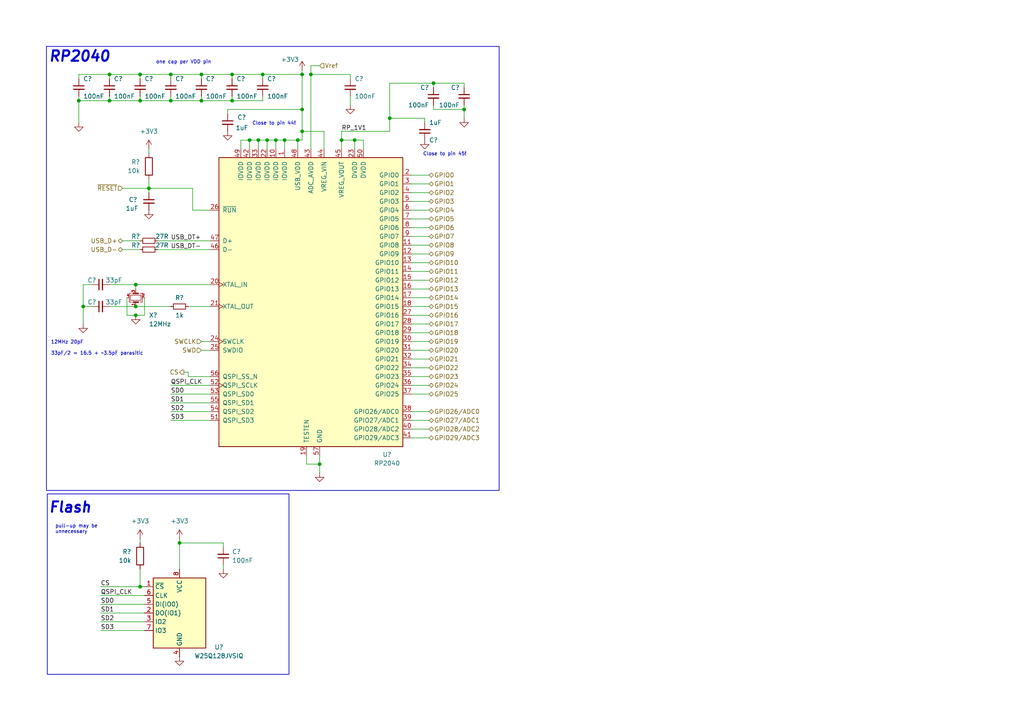
<source format=kicad_sch>
(kicad_sch (version 20231120) (generator "eeschema") (generator_version "8.0")
  (paper "A4")
  (lib_symbols
    (symbol "Device:C_Small" (pin_numbers hide) (pin_names (offset 0.254) hide)
      (property "Reference" "C" (at 0.254 1.778 0))
      (property "Value" "C_Small" (at 0.254 -2.032 0))
      (symbol "C_Small_0_1"
        (polyline (pts (xy -1.524 -0.508) (xy 1.524 -0.508)) (stroke (width 0.3302)))
        (polyline (pts (xy -1.524 0.508) (xy 1.524 0.508)) (stroke (width 0.3048)))
      )
      (symbol "C_Small_1_1"
        (pin passive line (at 0 2.54 270) (length 2.032) (name "~") (number "1"))
        (pin passive line (at 0 -2.54 90) (length 2.032) (name "~") (number "2"))
      )
    )
    (symbol "Device:Crystal_GND24_Small" (pin_names (offset 1.016) hide)
      (property "Reference" "Y" (at 1.27 4.445 0))
      (property "Value" "Crystal_GND24_Small" (at 1.27 2.54 0))
      (symbol "Crystal_GND24_Small_0_1"
        (rectangle (start -0.762 -1.524) (end 0.762 1.524))
        (polyline (pts (xy -1.27 -0.762) (xy -1.27 0.762)) (stroke (width 0.381)))
        (polyline (pts (xy 1.27 -0.762) (xy 1.27 0.762)) (stroke (width 0.381)))
        (polyline (pts (xy -1.27 -1.27) (xy -1.27 -1.905) (xy 1.27 -1.905) (xy 1.27 -1.27)))
        (polyline (pts (xy -1.27 1.27) (xy -1.27 1.905) (xy 1.27 1.905) (xy 1.27 1.27)))
      )
      (symbol "Crystal_GND24_Small_1_1"
        (pin passive line (at -2.54 0 0) (length 1.27) (name "1") (number "1"))
        (pin passive line (at 0 -2.54 90) (length 0.635) (name "2") (number "2"))
        (pin passive line (at 2.54 0 180) (length 1.27) (name "3") (number "3"))
        (pin passive line (at 0 2.54 270) (length 0.635) (name "4") (number "4"))
      )
    )
    (symbol "Device:R" (pin_numbers hide) (pin_names (offset 0))
      (property "Reference" "R" (at 2.032 0 90))
      (property "Value" "R" (at 0 0 90))
      (symbol "R_0_1"
        (rectangle (start -1.016 -2.54) (end 1.016 2.54) (stroke (width 0.254)))
      )
      (symbol "R_1_1"
        (pin passive line (at 0 3.81 270) (length 1.27) (name "~") (number "1"))
        (pin passive line (at 0 -3.81 90) (length 1.27) (name "~") (number "2"))
      )
    )
    (symbol "Device:R_Small" (pin_numbers hide) (pin_names (offset 0.254) hide)
      (property "Reference" "R" (at 0.762 0.508 0))
      (property "Value" "R_Small" (at 0.762 -1.016 0))
      (symbol "R_Small_0_1"
        (rectangle (start -0.762 1.778) (end 0.762 -1.778) (stroke (width 0.2032)))
      )
      (symbol "R_Small_1_1"
        (pin passive line (at 0 2.54 270) (length 0.762) (name "~") (number "1"))
        (pin passive line (at 0 -2.54 90) (length 0.762) (name "~") (number "2"))
      )
    )
    (symbol "Memory_Flash:W25Q128JVS"
      (property "Reference" "U" (at -8.89 8.89 0))
      (property "Value" "W25Q128JVS" (at 7.62 8.89 0))
      (symbol "W25Q128JVS_0_1"
        (rectangle (start -7.62 10.16) (end 7.62 -10.16) (stroke (width 0.254)) (fill (type background)))
      )
      (symbol "W25Q128JVS_1_1"
        (pin input line (at -10.16 7.62 0) (length 2.54) (name "~{CS}") (number "1"))
        (pin bidirectional line (at -10.16 0 0) (length 2.54) (name "DO(IO1)") (number "2"))
        (pin bidirectional line (at -10.16 -2.54 0) (length 2.54) (name "IO2") (number "3"))
        (pin power_in line (at 0 -12.7 90) (length 2.54) (name "GND") (number "4"))
        (pin bidirectional line (at -10.16 2.54 0) (length 2.54) (name "DI(IO0)") (number "5"))
        (pin input line (at -10.16 5.08 0) (length 2.54) (name "CLK") (number "6"))
        (pin bidirectional line (at -10.16 -5.08 0) (length 2.54) (name "IO3") (number "7"))
        (pin power_in line (at 0 12.7 270) (length 2.54) (name "VCC") (number "8"))
      )
    )
    (symbol "RadPie2040:RP2040" (pin_names (offset 1.016))
      (property "Reference" "U" (at 21.844 51.054 0))
      (property "Value" "RP2040" (at 21.844 48.514 0))
      (symbol "RP2040_0_0"
        (rectangle (start -24.13 48.26) (end 29.21 -35.56) (stroke (width 0.254)) (fill (type background)))
      )
      (symbol "RP2040_1_1"
        (pin power_in line (at -5.08 50.8 270) (length 2.54) (name "IOVDD") (number "1"))
        (pin power_in line (at -7.62 50.8 270) (length 2.54) (name "IOVDD") (number "10"))
        (pin input line (at 31.75 22.86 180) (length 2.54) (name "GPIO8") (number "11"))
        (pin input line (at 31.75 20.32 180) (length 2.54) (name "GPIO9") (number "12"))
        (pin input line (at 31.75 17.78 180) (length 2.54) (name "GPIO10") (number "13"))
        (pin input line (at 31.75 15.24 180) (length 2.54) (name "GPIO11") (number "14"))
        (pin input line (at 31.75 12.7 180) (length 2.54) (name "GPIO12") (number "15"))
        (pin input line (at 31.75 10.16 180) (length 2.54) (name "GPIO13") (number "16"))
        (pin input line (at 31.75 7.62 180) (length 2.54) (name "GPIO14") (number "17"))
        (pin input line (at 31.75 5.08 180) (length 2.54) (name "GPIO15") (number "18"))
        (pin input line (at 1.27 -38.1 90) (length 2.54) (name "TESTEN") (number "19"))
        (pin input line (at 31.75 43.18 180) (length 2.54) (name "GPIO0") (number "2"))
        (pin input clock (at -26.67 11.43 0) (length 2.54) (name "XTAL_IN") (number "20"))
        (pin input clock (at -26.67 5.08 0) (length 2.54) (name "XTAL_OUT") (number "21"))
        (pin power_in line (at -10.16 50.8 270) (length 2.54) (name "IOVDD") (number "22"))
        (pin power_in line (at 15.24 50.8 270) (length 2.54) (name "DVDD") (number "23"))
        (pin input clock (at -26.67 -5.08 0) (length 2.54) (name "SWCLK") (number "24"))
        (pin bidirectional line (at -26.67 -7.62 0) (length 2.54) (name "SWDIO") (number "25"))
        (pin input line (at -26.67 33.02 0) (length 2.54) (name "~{RUN}") (number "26"))
        (pin input line (at 31.75 2.54 180) (length 2.54) (name "GPIO16") (number "27"))
        (pin input line (at 31.75 0 180) (length 2.54) (name "GPIO17") (number "28"))
        (pin input line (at 31.75 -2.54 180) (length 2.54) (name "GPIO18") (number "29"))
        (pin input line (at 31.75 40.64 180) (length 2.54) (name "GPIO1") (number "3"))
        (pin input line (at 31.75 -5.08 180) (length 2.54) (name "GPIO19") (number "30"))
        (pin input line (at 31.75 -7.62 180) (length 2.54) (name "GPIO20") (number "31"))
        (pin input line (at 31.75 -10.16 180) (length 2.54) (name "GPIO21") (number "32"))
        (pin power_in line (at -12.7 50.8 270) (length 2.54) (name "IOVDD") (number "33"))
        (pin input line (at 31.75 -12.7 180) (length 2.54) (name "GPIO22") (number "34"))
        (pin input line (at 31.75 -15.24 180) (length 2.54) (name "GPIO23") (number "35"))
        (pin input line (at 31.75 -17.78 180) (length 2.54) (name "GPIO24") (number "36"))
        (pin input line (at 31.75 -20.32 180) (length 2.54) (name "GPIO25") (number "37"))
        (pin input line (at 31.75 -25.4 180) (length 2.54) (name "GPIO26/ADC0") (number "38"))
        (pin input line (at 31.75 -27.94 180) (length 2.54) (name "GPIO27/ADC1") (number "39"))
        (pin input line (at 31.75 38.1 180) (length 2.54) (name "GPIO2") (number "4"))
        (pin input line (at 31.75 -30.48 180) (length 2.54) (name "GPIO28/ADC2") (number "40"))
        (pin input line (at 31.75 -33.02 180) (length 2.54) (name "GPIO29/ADC3") (number "41"))
        (pin power_in line (at -15.24 50.8 270) (length 2.54) (name "IOVDD") (number "42"))
        (pin power_in line (at 2.54 50.8 270) (length 2.54) (name "ADC_AVDD") (number "43"))
        (pin power_in line (at 6.35 50.8 270) (length 2.54) (name "VREG_VIN") (number "44"))
        (pin power_out line (at 11.43 50.8 270) (length 2.54) (name "VREG_VOUT") (number "45"))
        (pin bidirectional line (at -26.67 21.59 0) (length 2.54) (name "D-") (number "46"))
        (pin bidirectional line (at -26.67 24.13 0) (length 2.54) (name "D+") (number "47"))
        (pin power_in line (at -1.27 50.8 270) (length 2.54) (name "USB_VDD") (number "48"))
        (pin power_in line (at -17.78 50.8 270) (length 2.54) (name "IOVDD") (number "49"))
        (pin input line (at 31.75 35.56 180) (length 2.54) (name "GPIO3") (number "5"))
        (pin power_in line (at 17.78 50.8 270) (length 2.54) (name "DVDD") (number "50"))
        (pin bidirectional line (at -26.67 -27.94 0) (length 2.54) (name "QSPI_SD3") (number "51"))
        (pin output clock (at -26.67 -17.78 0) (length 2.54) (name "QSPI_SCLK") (number "52"))
        (pin bidirectional line (at -26.67 -20.32 0) (length 2.54) (name "QSPI_SD0") (number "53"))
        (pin bidirectional line (at -26.67 -25.4 0) (length 2.54) (name "QSPI_SD2") (number "54"))
        (pin bidirectional line (at -26.67 -22.86 0) (length 2.54) (name "QSPI_SD1") (number "55"))
        (pin bidirectional line (at -26.67 -15.24 0) (length 2.54) (name "QSPI_SS_N") (number "56"))
        (pin power_in line (at 5.08 -38.1 90) (length 2.54) (name "GND") (number "57"))
        (pin input line (at 31.75 33.02 180) (length 2.54) (name "GPIO4") (number "6"))
        (pin input line (at 31.75 30.48 180) (length 2.54) (name "GPIO5") (number "7"))
        (pin input line (at 31.75 27.94 180) (length 2.54) (name "GPIO6") (number "8"))
        (pin input line (at 31.75 25.4 180) (length 2.54) (name "GPIO7") (number "9"))
      )
    )
    (symbol "power:+3V3" (power) (pin_numbers hide) (pin_names (offset 0) hide)
      (property "Value" "+3V3" (at 0 3.556 0))
      (symbol "+3V3_0_1"
        (polyline (pts (xy -0.762 1.27) (xy 0 2.54)))
        (polyline (pts (xy 0 0) (xy 0 2.54)))
        (polyline (pts (xy 0 2.54) (xy 0.762 1.27)))
      )
      (symbol "+3V3_1_1"
        (pin power_in line (at 0 0 90) (length 0) (name "~") (number "1"))
      )
    )
    (symbol "power:GND" (power) (pin_numbers hide) (pin_names (offset 0) hide)
      (property "Value" "GND" (at 0 -3.81 0))
      (symbol "GND_0_1"
        (polyline (pts (xy 0 0) (xy 0 -1.27) (xy 1.27 -1.27) (xy 0 -2.54) (xy -1.27 -1.27) (xy 0 -1.27)))
      )
      (symbol "GND_1_1"
        (pin power_in line (at 0 0 270) (length 0) (name "~") (number "1"))
      )
    )
  )
  (junction (at 86.36 40.64))
  (junction (at 31.75 29.21))
  (junction (at 67.31 21.59))
  (junction (at 113.03 34.29))
  (junction (at 39.37 82.55))
  (junction (at 67.31 29.21))
  (junction (at 31.75 21.59))
  (junction (at 92.71 134.62))
  (junction (at 134.62 31.75))
  (junction (at 39.37 88.9))
  (junction (at 87.63 38.1))
  (junction (at 102.87 40.64))
  (junction (at 40.64 170.18))
  (junction (at 52.07 157.48))
  (junction (at 87.63 31.75))
  (junction (at 99.06 40.64))
  (junction (at 24.13 88.9))
  (junction (at 43.18 54.61))
  (junction (at 58.42 21.59))
  (junction (at 80.01 40.64))
  (junction (at 82.55 40.64))
  (junction (at 49.53 21.59))
  (junction (at 90.17 21.59))
  (junction (at 39.37 91.44))
  (junction (at 22.86 29.21))
  (junction (at 74.93 40.64))
  (junction (at 77.47 40.64))
  (junction (at 49.53 29.21))
  (junction (at 125.73 24.13))
  (junction (at 58.42 29.21))
  (junction (at 40.64 29.21))
  (junction (at 72.39 40.64))
  (junction (at 40.64 21.59))
  (junction (at 87.63 21.59))
  (junction (at 76.2 21.59))
  (wire (pts (xy 134.62 30.48) (xy 134.62 31.75)))
  (wire (pts (xy 58.42 99.06) (xy 60.96 99.06)))
  (wire (pts (xy 113.03 38.1) (xy 113.03 34.29)))
  (wire (pts (xy 49.53 21.59) (xy 58.42 21.59)))
  (wire (pts (xy 39.37 82.55) (xy 60.96 82.55)))
  (wire (pts (xy 22.86 21.59) (xy 31.75 21.59)))
  (wire (pts (xy 40.64 156.21) (xy 40.64 157.48)))
  (wire (pts (xy 101.6 30.48) (xy 101.6 27.94)))
  (wire (pts (xy 31.75 21.59) (xy 40.64 21.59)))
  (wire (pts (xy 40.64 170.18) (xy 41.91 170.18)))
  (wire (pts (xy 86.36 40.64) (xy 87.63 40.64)))
  (wire (pts (xy 74.93 40.64) (xy 77.47 40.64)))
  (wire (pts (xy 43.18 54.61) (xy 55.88 54.61)))
  (wire (pts (xy 119.38 53.34) (xy 124.46 53.34)))
  (wire (pts (xy 123.19 34.29) (xy 123.19 35.56)))
  (wire (pts (xy 49.53 111.76) (xy 60.96 111.76)))
  (wire (pts (xy 58.42 101.6) (xy 60.96 101.6)))
  (wire (pts (xy 90.17 21.59) (xy 101.6 21.59)))
  (wire (pts (xy 54.61 109.22) (xy 60.96 109.22)))
  (wire (pts (xy 87.63 31.75) (xy 87.63 38.1)))
  (wire (pts (xy 99.06 40.64) (xy 102.87 40.64)))
  (wire (pts (xy 29.21 182.88) (xy 41.91 182.88)))
  (wire (pts (xy 67.31 29.21) (xy 76.2 29.21)))
  (wire (pts (xy 43.18 52.07) (xy 43.18 54.61)))
  (wire (pts (xy 41.91 91.44) (xy 39.37 91.44)))
  (wire (pts (xy 119.38 111.76) (xy 124.46 111.76)))
  (wire (pts (xy 52.07 157.48) (xy 52.07 165.1)))
  (wire (pts (xy 113.03 24.13) (xy 125.73 24.13)))
  (wire (pts (xy 119.38 121.92) (xy 124.46 121.92)))
  (wire (pts (xy 49.53 114.3) (xy 60.96 114.3)))
  (wire (pts (xy 29.21 177.8) (xy 41.91 177.8)))
  (wire (pts (xy 24.13 88.9) (xy 24.13 93.98)))
  (wire (pts (xy 119.38 73.66) (xy 124.46 73.66)))
  (wire (pts (xy 29.21 172.72) (xy 41.91 172.72)))
  (wire (pts (xy 49.53 21.59) (xy 49.53 22.86)))
  (wire (pts (xy 72.39 40.64) (xy 72.39 43.18)))
  (wire (pts (xy 119.38 99.06) (xy 124.46 99.06)))
  (wire (pts (xy 87.63 38.1) (xy 87.63 40.64)))
  (wire (pts (xy 113.03 38.1) (xy 99.06 38.1)))
  (wire (pts (xy 119.38 96.52) (xy 124.46 96.52)))
  (wire (pts (xy 64.77 165.1) (xy 64.77 163.83)))
  (wire (pts (xy 67.31 29.21) (xy 67.31 27.94)))
  (wire (pts (xy 67.31 21.59) (xy 76.2 21.59)))
  (wire (pts (xy 99.06 38.1) (xy 99.06 40.64)))
  (wire (pts (xy 92.71 137.16) (xy 92.71 134.62)))
  (wire (pts (xy 49.53 121.92) (xy 60.96 121.92)))
  (wire (pts (xy 119.38 63.5) (xy 124.46 63.5)))
  (wire (pts (xy 119.38 71.12) (xy 124.46 71.12)))
  (wire (pts (xy 31.75 88.9) (xy 39.37 88.9)))
  (wire (pts (xy 40.64 165.1) (xy 40.64 170.18)))
  (wire (pts (xy 43.18 43.18) (xy 43.18 44.45)))
  (wire (pts (xy 35.56 72.39) (xy 40.64 72.39)))
  (wire (pts (xy 125.73 24.13) (xy 125.73 25.4)))
  (wire (pts (xy 24.13 88.9) (xy 26.67 88.9)))
  (wire (pts (xy 113.03 24.13) (xy 113.03 34.29)))
  (wire (pts (xy 29.21 175.26) (xy 41.91 175.26)))
  (wire (pts (xy 49.53 29.21) (xy 58.42 29.21)))
  (wire (pts (xy 40.64 29.21) (xy 49.53 29.21)))
  (wire (pts (xy 113.03 34.29) (xy 123.19 34.29)))
  (wire (pts (xy 52.07 157.48) (xy 64.77 157.48)))
  (wire (pts (xy 36.83 86.36) (xy 36.83 91.44)))
  (wire (pts (xy 22.86 27.94) (xy 22.86 29.21)))
  (wire (pts (xy 77.47 40.64) (xy 80.01 40.64)))
  (wire (pts (xy 64.77 157.48) (xy 64.77 158.75)))
  (wire (pts (xy 35.56 54.61) (xy 43.18 54.61)))
  (wire (pts (xy 102.87 40.64) (xy 102.87 43.18)))
  (wire (pts (xy 76.2 29.21) (xy 76.2 27.94)))
  (wire (pts (xy 39.37 88.9) (xy 49.53 88.9)))
  (wire (pts (xy 102.87 40.64) (xy 105.41 40.64)))
  (wire (pts (xy 49.53 116.84) (xy 60.96 116.84)))
  (wire (pts (xy 119.38 101.6) (xy 124.46 101.6)))
  (wire (pts (xy 43.18 55.88) (xy 43.18 54.61)))
  (wire (pts (xy 119.38 124.46) (xy 124.46 124.46)))
  (wire (pts (xy 90.17 19.05) (xy 90.17 21.59)))
  (wire (pts (xy 54.61 107.95) (xy 54.61 109.22)))
  (wire (pts (xy 66.04 31.75) (xy 66.04 33.02)))
  (wire (pts (xy 88.9 132.08) (xy 88.9 134.62)))
  (wire (pts (xy 119.38 109.22) (xy 124.46 109.22)))
  (wire (pts (xy 76.2 21.59) (xy 87.63 21.59)))
  (wire (pts (xy 134.62 24.13) (xy 125.73 24.13)))
  (wire (pts (xy 36.83 91.44) (xy 39.37 91.44)))
  (wire (pts (xy 54.61 88.9) (xy 60.96 88.9)))
  (wire (pts (xy 119.38 58.42) (xy 124.46 58.42)))
  (wire (pts (xy 45.72 72.39) (xy 60.96 72.39)))
  (wire (pts (xy 29.21 180.34) (xy 41.91 180.34)))
  (wire (pts (xy 58.42 29.21) (xy 67.31 29.21)))
  (wire (pts (xy 119.38 55.88) (xy 124.46 55.88)))
  (wire (pts (xy 80.01 40.64) (xy 82.55 40.64)))
  (wire (pts (xy 31.75 29.21) (xy 31.75 27.94)))
  (wire (pts (xy 69.85 43.18) (xy 69.85 40.64)))
  (wire (pts (xy 76.2 21.59) (xy 76.2 22.86)))
  (wire (pts (xy 58.42 21.59) (xy 67.31 21.59)))
  (wire (pts (xy 92.71 19.05) (xy 90.17 19.05)))
  (wire (pts (xy 119.38 93.98) (xy 124.46 93.98)))
  (wire (pts (xy 119.38 68.58) (xy 124.46 68.58)))
  (wire (pts (xy 119.38 86.36) (xy 124.46 86.36)))
  (wire (pts (xy 119.38 81.28) (xy 124.46 81.28)))
  (wire (pts (xy 119.38 88.9) (xy 124.46 88.9)))
  (wire (pts (xy 41.91 86.36) (xy 41.91 91.44)))
  (wire (pts (xy 22.86 21.59) (xy 22.86 22.86)))
  (wire (pts (xy 105.41 43.18) (xy 105.41 40.64)))
  (wire (pts (xy 101.6 21.59) (xy 101.6 22.86)))
  (wire (pts (xy 119.38 104.14) (xy 124.46 104.14)))
  (wire (pts (xy 40.64 21.59) (xy 40.64 22.86)))
  (wire (pts (xy 55.88 60.96) (xy 60.96 60.96)))
  (wire (pts (xy 82.55 40.64) (xy 86.36 40.64)))
  (wire (pts (xy 119.38 106.68) (xy 124.46 106.68)))
  (wire (pts (xy 31.75 29.21) (xy 40.64 29.21)))
  (wire (pts (xy 66.04 31.75) (xy 87.63 31.75)))
  (wire (pts (xy 119.38 119.38) (xy 124.46 119.38)))
  (wire (pts (xy 119.38 114.3) (xy 124.46 114.3)))
  (wire (pts (xy 49.53 27.94) (xy 49.53 29.21)))
  (wire (pts (xy 88.9 134.62) (xy 92.71 134.62)))
  (wire (pts (xy 40.64 21.59) (xy 49.53 21.59)))
  (wire (pts (xy 119.38 91.44) (xy 124.46 91.44)))
  (wire (pts (xy 119.38 60.96) (xy 124.46 60.96)))
  (wire (pts (xy 99.06 40.64) (xy 99.06 43.18)))
  (wire (pts (xy 86.36 40.64) (xy 86.36 43.18)))
  (wire (pts (xy 22.86 29.21) (xy 22.86 35.56)))
  (wire (pts (xy 82.55 40.64) (xy 82.55 43.18)))
  (wire (pts (xy 72.39 40.64) (xy 74.93 40.64)))
  (wire (pts (xy 45.72 69.85) (xy 60.96 69.85)))
  (wire (pts (xy 92.71 132.08) (xy 92.71 134.62)))
  (wire (pts (xy 87.63 20.32) (xy 87.63 21.59)))
  (wire (pts (xy 119.38 76.2) (xy 124.46 76.2)))
  (wire (pts (xy 119.38 50.8) (xy 124.46 50.8)))
  (wire (pts (xy 80.01 40.64) (xy 80.01 43.18)))
  (wire (pts (xy 52.07 156.21) (xy 52.07 157.48)))
  (wire (pts (xy 24.13 82.55) (xy 24.13 88.9)))
  (wire (pts (xy 29.21 170.18) (xy 40.64 170.18)))
  (wire (pts (xy 134.62 34.29) (xy 134.62 31.75)))
  (wire (pts (xy 22.86 29.21) (xy 31.75 29.21)))
  (wire (pts (xy 53.34 107.95) (xy 54.61 107.95)))
  (wire (pts (xy 90.17 21.59) (xy 90.17 43.18)))
  (wire (pts (xy 125.73 31.75) (xy 134.62 31.75)))
  (wire (pts (xy 49.53 119.38) (xy 60.96 119.38)))
  (wire (pts (xy 67.31 21.59) (xy 67.31 22.86)))
  (wire (pts (xy 31.75 21.59) (xy 31.75 22.86)))
  (wire (pts (xy 55.88 54.61) (xy 55.88 60.96)))
  (wire (pts (xy 74.93 40.64) (xy 74.93 43.18)))
  (wire (pts (xy 39.37 83.82) (xy 39.37 82.55)))
  (wire (pts (xy 58.42 21.59) (xy 58.42 22.86)))
  (wire (pts (xy 134.62 24.13) (xy 134.62 25.4)))
  (wire (pts (xy 77.47 40.64) (xy 77.47 43.18)))
  (wire (pts (xy 87.63 21.59) (xy 87.63 31.75)))
  (wire (pts (xy 58.42 27.94) (xy 58.42 29.21)))
  (wire (pts (xy 35.56 69.85) (xy 40.64 69.85)))
  (wire (pts (xy 24.13 82.55) (xy 26.67 82.55)))
  (wire (pts (xy 31.75 82.55) (xy 39.37 82.55)))
  (wire (pts (xy 69.85 40.64) (xy 72.39 40.64)))
  (wire (pts (xy 119.38 78.74) (xy 124.46 78.74)))
  (wire (pts (xy 119.38 83.82) (xy 124.46 83.82)))
  (wire (pts (xy 119.38 66.04) (xy 124.46 66.04)))
  (wire (pts (xy 40.64 29.21) (xy 40.64 27.94)))
  (wire (pts (xy 93.98 38.1) (xy 87.63 38.1)))
  (wire (pts (xy 93.98 38.1) (xy 93.98 43.18)))
  (wire (pts (xy 125.73 31.75) (xy 125.73 30.48)))
  (wire (pts (xy 119.38 127) (xy 124.46 127)))
  (rectangle (start 13.716 143.256) (end 83.82 195.58) (stroke (width 0.2)))
  (rectangle (start 13.462 13.462) (end 144.78 142.24) (stroke (width 0.2)))
  (text_box "pull-up may be unnecessary" (at 15.24 151.13 0) (size 15.24 8.89) (stroke (width -0.0001)) (effects (font (size 1 1)) (justify left top)))
  (text_box "Close to pin 45!" (at 121.92 43.18 0) (size 15.24 2.54) (stroke (width -0.0001)) (effects (font (size 1 1)) (justify left top)))
  (text_box "one cap per VDD pin" (at 44.45 16.51 0) (size 24.13 2.54) (stroke (width -0.0001)) (effects (font (size 1 1)) (justify left top)))
  (text_box "12MHz 20pF\n\n33pF/2 = 16.5 + ~3.5pF parasitic" (at 13.97 97.79 0) (size 31.75 3.81) (stroke (width -0.0001)) (effects (font (size 1 1)) (justify left top)))
  (text_box "Close to pin 44!" (at 72.39 34.29 0) (size 15.24 2.54) (stroke (width -0.0001)) (effects (font (size 1 1)) (justify left top)))
  (text "RP2040" (at 13.97 16.51 0) (effects (font (size 3 3) (thickness 0.6) (bold yes) (italic yes)) (justify left)))
  (text "Flash" (at 13.97 147.32 0) (effects (font (size 3 3) (thickness 0.6) (bold yes) (italic yes)) (justify left)))
  (label "SD0" (at 29.21 175.26 0))
  (label "QSPI_CLK" (at 49.53 111.76 0))
  (label "USB_DT+" (at 49.53 69.85 0))
  (label "SD1" (at 29.21 177.8 0))
  (label "SD3" (at 29.21 182.88 0))
  (label "USB_DT-" (at 49.53 72.39 0))
  (label "SD0" (at 49.53 114.3 0))
  (label "SD2" (at 29.21 180.34 0))
  (label "CS" (at 29.21 170.18 0))
  (label "SD3" (at 49.53 121.92 0))
  (label "QSPI_CLK" (at 29.21 172.72 0))
  (label "SD1" (at 49.53 116.84 0))
  (label "RP_1V1" (at 99.06 38.1 0))
  (label "SD2" (at 49.53 119.38 0))
  (hierarchical_label "GPIO28{slash}ADC2" (shape bidirectional) (at 124.46 124.46 0))
  (hierarchical_label "GPIO12" (shape bidirectional) (at 124.46 81.28 0))
  (hierarchical_label "GPIO6" (shape bidirectional) (at 124.46 66.04 0))
  (hierarchical_label "GPIO25" (shape bidirectional) (at 124.46 114.3 0))
  (hierarchical_label "GPIO7" (shape bidirectional) (at 124.46 68.58 0))
  (hierarchical_label "CS" (shape output) (at 53.34 107.95 180))
  (hierarchical_label "GPIO4" (shape bidirectional) (at 124.46 60.96 0))
  (hierarchical_label "GPIO13" (shape bidirectional) (at 124.46 83.82 0))
  (hierarchical_label "GPIO5" (shape bidirectional) (at 124.46 63.5 0))
  (hierarchical_label "GPIO23" (shape bidirectional) (at 124.46 109.22 0))
  (hierarchical_label "GPIO10" (shape bidirectional) (at 124.46 76.2 0))
  (hierarchical_label "SWCLK" (shape input) (at 58.42 99.06 180))
  (hierarchical_label "GPIO16" (shape bidirectional) (at 124.46 91.44 0))
  (hierarchical_label "GPIO15" (shape bidirectional) (at 124.46 88.9 0))
  (hierarchical_label "GPIO2" (shape bidirectional) (at 124.46 55.88 0))
  (hierarchical_label "GPIO0" (shape bidirectional) (at 124.46 50.8 0))
  (hierarchical_label "SWD" (shape input) (at 58.42 101.6 180))
  (hierarchical_label "GPIO24" (shape bidirectional) (at 124.46 111.76 0))
  (hierarchical_label "GPIO11" (shape bidirectional) (at 124.46 78.74 0))
  (hierarchical_label "Vref" (shape input) (at 92.71 19.05 0))
  (hierarchical_label "GPIO29{slash}ADC3" (shape bidirectional) (at 124.46 127 0))
  (hierarchical_label "GPIO8" (shape bidirectional) (at 124.46 71.12 0))
  (hierarchical_label "USB_D+" (shape bidirectional) (at 35.56 69.85 180))
  (hierarchical_label "GPIO26{slash}ADC0" (shape bidirectional) (at 124.46 119.38 0))
  (hierarchical_label "~{RESET}" (shape input) (at 35.56 54.61 180))
  (hierarchical_label "GPIO21" (shape bidirectional) (at 124.46 104.14 0))
  (hierarchical_label "GPIO22" (shape bidirectional) (at 124.46 106.68 0))
  (hierarchical_label "GPIO19" (shape bidirectional) (at 124.46 99.06 0))
  (hierarchical_label "GPIO1" (shape bidirectional) (at 124.46 53.34 0))
  (hierarchical_label "GPIO3" (shape bidirectional) (at 124.46 58.42 0))
  (hierarchical_label "GPIO17" (shape bidirectional) (at 124.46 93.98 0))
  (hierarchical_label "USB_D-" (shape bidirectional) (at 35.56 72.39 180))
  (hierarchical_label "GPIO27{slash}ADC1" (shape bidirectional) (at 124.46 121.92 0))
  (hierarchical_label "GPIO20" (shape bidirectional) (at 124.46 101.6 0))
  (hierarchical_label "GPIO14" (shape bidirectional) (at 124.46 86.36 0))
  (hierarchical_label "GPIO18" (shape bidirectional) (at 124.46 96.52 0))
  (hierarchical_label "GPIO9" (shape bidirectional) (at 124.46 73.66 0))
  (symbol (lib_id "Device:C_Small") (at 67.31 25.4 0) (unit 1)
    (property "Reference" "C?" (at 68.58 22.8599 0) (effects (justify left)))
    (property "Value" "100nF" (at 68.58 27.9399 0) (effects (justify left)))
    (property "Footprint" "Capacitor_SMD:C_0402_1005Metric" (effects (hide yes)))
    (property "LCSC" "C1525" (effects (hide yes)))
  )
  (symbol (lib_id "power:GND") (at 134.62 34.29 0) (mirror y) (unit 1)
    (property "Reference" "#PWR027" (effects (hide yes)))
    (property "Value" "GND" (effects (hide yes)))
    (property "Description" "Power symbol creates a global label with name \"GND\" , ground" (effects (hide yes)))
  )
  (symbol (lib_id "power:GND") (at 39.37 91.44 0) (unit 1)
    (property "Reference" "#PWR032" (effects (hide yes)))
    (property "Value" "GND" (effects (hide yes)))
    (property "Description" "Power symbol creates a global label with name \"GND\" , ground" (effects (hide yes)))
  )
  (symbol (lib_id "power:GND") (at 43.18 60.96 0) (mirror y) (unit 1)
    (property "Reference" "#PWR031" (effects (hide yes)))
    (property "Value" "GND" (effects (hide yes)))
    (property "Description" "Power symbol creates a global label with name \"GND\" , ground" (effects (hide yes)))
  )
  (symbol (lib_id "power:+3V3") (at 40.64 156.21 0) (unit 1)
    (property "Reference" "#PWR037" (effects (hide yes)))
    (property "Value" "+3V3" (at 40.64 151.13 0))
    (property "Description" "Power symbol creates a global label with name \"+3V3\"" (effects (hide yes)))
  )
  (symbol (lib_id "Device:C_Small") (at 40.64 25.4 0) (unit 1)
    (property "Reference" "C?" (at 41.91 22.8599 0) (effects (justify left)))
    (property "Value" "100nF" (at 41.91 27.9399 0) (effects (justify left)))
    (property "Footprint" "Capacitor_SMD:C_0402_1005Metric" (effects (hide yes)))
    (property "LCSC" "C1525" (effects (hide yes)))
  )
  (symbol (lib_id "power:GND") (at 123.19 40.64 0) (mirror y) (unit 1)
    (property "Reference" "#PWR028" (effects (hide yes)))
    (property "Value" "GND" (effects (hide yes)))
    (property "Description" "Power symbol creates a global label with name \"GND\" , ground" (effects (hide yes)))
  )
  (symbol (lib_id "Device:C_Small") (at 64.77 161.29 180) (unit 1)
    (property "Reference" "C?" (at 67.31 160.0135 0) (effects (justify right)))
    (property "Value" "100nF" (at 67.31 162.5535 0) (effects (justify right)))
    (property "Footprint" "Capacitor_SMD:C_0402_1005Metric" (effects (hide yes)))
    (property "LCSC" "C1525" (effects (hide yes)))
  )
  (symbol (lib_id "power:GND") (at 66.04 38.1 0) (unit 1)
    (property "Reference" "#PWR029" (effects (hide yes)))
    (property "Value" "GND" (effects (hide yes)))
    (property "Description" "Power symbol creates a global label with name \"GND\" , ground" (effects (hide yes)))
  )
  (symbol (lib_id "power:+3V3") (at 43.18 43.18 0) (unit 1)
    (property "Reference" "#PWR039" (effects (hide yes)))
    (property "Value" "+3V3" (at 43.18 38.1 0))
    (property "Description" "Power symbol creates a global label with name \"+3V3\"" (effects (hide yes)))
  )
  (symbol (lib_id "Device:R") (at 40.64 161.29 0) (mirror y) (unit 1)
    (property "Reference" "R?" (at 38.1 160.0199 0) (effects (justify left)))
    (property "Value" "10k" (at 38.1 162.5599 0) (effects (justify left)))
    (property "Footprint" "Resistor_SMD:R_0402_1005Metric" (effects (hide yes)))
    (property "Description" "Resistor" (effects (hide yes)))
    (property "LCSC" "C25744" (effects (hide yes)))
  )
  (symbol (lib_id "Device:C_Small") (at 29.21 82.55 90) (unit 1)
    (property "Reference" "C?" (at 26.67 81.28 90))
    (property "Value" "33pF" (at 33.02 81.28 90))
    (property "Footprint" "Capacitor_SMD:C_0402_1005Metric" (effects (hide yes)))
    (property "LCSC" "C1570" (effects (hide yes)))
  )
  (symbol (lib_id "Device:C_Small") (at 66.04 35.56 0) (unit 1)
    (property "Reference" "C?" (at 68.834 34.036 0) (effects (justify left)))
    (property "Value" "1uF" (at 68.326 37.084 0) (effects (justify left)))
    (property "Footprint" "Capacitor_SMD:C_0402_1005Metric" (effects (hide yes)))
    (property "LCSC" "C52923" (effects (hide yes)))
  )
  (symbol (lib_id "Device:C_Small") (at 49.53 25.4 0) (unit 1)
    (property "Reference" "C?" (at 50.8 22.8599 0) (effects (justify left)))
    (property "Value" "100nF" (at 50.8 27.9399 0) (effects (justify left)))
    (property "Footprint" "Capacitor_SMD:C_0402_1005Metric" (effects (hide yes)))
    (property "LCSC" "C1525" (effects (hide yes)))
  )
  (symbol (lib_id "Device:C_Small") (at 58.42 25.4 0) (unit 1)
    (property "Reference" "C?" (at 59.69 22.8599 0) (effects (justify left)))
    (property "Value" "100nF" (at 59.69 27.9399 0) (effects (justify left)))
    (property "Footprint" "Capacitor_SMD:C_0402_1005Metric" (effects (hide yes)))
    (property "LCSC" "C1525" (effects (hide yes)))
  )
  (symbol (lib_id "RadPie2040:RP2040") (at 87.63 93.98 0) (unit 1)
    (property "Reference" "U?" (at 112.268 131.826 0))
    (property "Value" "RP2040" (at 112.268 134.366 0))
    (property "Footprint" "RadPie2040:RP2040-QFN-56" (effects (hide yes)))
    (property "Datasheet" "https://datasheets.raspberrypi.com/rp2040/rp2040-datasheet.pdf" (effects (hide yes)))
    (property "LCSC" "C2040" (effects (hide yes)))
  )
  (symbol (lib_id "Device:R_Small") (at 52.07 88.9 90) (unit 1)
    (property "Reference" "R?" (at 52.07 86.36 90))
    (property "Value" "1k" (at 52.07 91.44 90))
    (property "Footprint" "Resistor_SMD:R_0402_1005Metric" (effects (hide yes)))
    (property "LCSC" "C11702" (effects (hide yes)))
  )
  (symbol (lib_id "power:GND") (at 52.07 190.5 0) (unit 1)
    (property "Reference" "#PWR036" (effects (hide yes)))
    (property "Value" "GND" (effects (hide yes)))
    (property "Description" "Power symbol creates a global label with name \"GND\" , ground" (effects (hide yes)))
  )
  (symbol (lib_id "power:GND") (at 92.71 137.16 0) (unit 1)
    (property "Reference" "#PWR034" (effects (hide yes)))
    (property "Value" "GND" (effects (hide yes)))
    (property "Description" "Power symbol creates a global label with name \"GND\" , ground" (effects (hide yes)))
  )
  (symbol (lib_id "power:GND") (at 64.77 165.1 0) (unit 1)
    (property "Reference" "#PWR035" (effects (hide yes)))
    (property "Value" "GND" (effects (hide yes)))
    (property "Description" "Power symbol creates a global label with name \"GND\" , ground" (effects (hide yes)))
  )
  (symbol (lib_id "Device:C_Small") (at 43.18 58.42 0) (mirror y) (unit 1)
    (property "Reference" "C?" (at 39.878 57.912 0) (effects (justify left)))
    (property "Value" "1uF" (at 40.132 60.452 0) (effects (justify left)))
    (property "Footprint" "Capacitor_SMD:C_0402_1005Metric" (effects (hide yes)))
    (property "LCSC" "C52923" (effects (hide yes)))
  )
  (symbol (lib_id "power:GND") (at 22.86 35.56 0) (unit 1)
    (property "Reference" "#PWR030" (effects (hide yes)))
    (property "Value" "GND" (effects (hide yes)))
    (property "Description" "Power symbol creates a global label with name \"GND\" , ground" (effects (hide yes)))
  )
  (symbol (lib_id "Device:Crystal_GND24_Small") (at 39.37 86.36 90) (unit 1)
    (property "Reference" "X?" (at 43.18 91.44 90) (effects (justify right)))
    (property "Value" "12MHz" (at 43.18 93.98 90) (effects (justify right)))
    (property "Footprint" "Crystal:Crystal_SMD_3225-4Pin_3.2x2.5mm" (effects (hide yes)))
    (property "LCSC" "C9002" (effects (hide yes)))
  )
  (symbol (lib_id "Device:R") (at 43.18 48.26 0) (mirror y) (unit 1)
    (property "Reference" "R?" (at 40.64 46.9899 0) (effects (justify left)))
    (property "Value" "10k" (at 40.64 49.5299 0) (effects (justify left)))
    (property "Footprint" "Resistor_SMD:R_0402_1005Metric" (effects (hide yes)))
    (property "Description" "Resistor" (effects (hide yes)))
    (property "LCSC" "C25744" (effects (hide yes)))
  )
  (symbol (lib_id "power:+3V3") (at 52.07 156.21 0) (unit 1)
    (property "Reference" "#PWR038" (effects (hide yes)))
    (property "Value" "+3V3" (at 52.07 151.13 0))
    (property "Description" "Power symbol creates a global label with name \"+3V3\"" (effects (hide yes)))
  )
  (symbol (lib_id "Device:C_Small") (at 29.21 88.9 90) (unit 1)
    (property "Reference" "C?" (at 26.67 87.63 90))
    (property "Value" "33pF" (at 33.02 87.63 90))
    (property "Footprint" "Capacitor_SMD:C_0402_1005Metric" (effects (hide yes)))
    (property "LCSC" "C1570" (effects (hide yes)))
  )
  (symbol (lib_id "Device:C_Small") (at 123.19 38.1 0) (mirror x) (unit 1)
    (property "Reference" "C?" (at 124.46 40.6401 0) (effects (justify left)))
    (property "Value" "1uF" (at 124.46 35.5601 0) (effects (justify left)))
    (property "Footprint" "Capacitor_SMD:C_0402_1005Metric" (effects (hide yes)))
    (property "LCSC" "C52923" (effects (hide yes)))
  )
  (symbol (lib_id "Device:C_Small") (at 134.62 27.94 0) (mirror y) (unit 1)
    (property "Reference" "C?" (at 133.35 25.3999 0) (effects (justify left)))
    (property "Value" "100nF" (at 133.35 30.4799 0) (effects (justify left)))
    (property "Footprint" "Capacitor_SMD:C_0402_1005Metric" (effects (hide yes)))
    (property "LCSC" "C1525" (effects (hide yes)))
  )
  (symbol (lib_id "Device:R_Small") (at 43.18 72.39 90) (unit 1)
    (property "Reference" "R?" (at 39.37 71.12 90))
    (property "Value" "27R" (at 46.99 71.12 90))
    (property "Footprint" "Resistor_SMD:R_0603_1608Metric" (effects (hide yes)))
    (property "LCSC" "C25190" (effects (hide yes)))
  )
  (symbol (lib_id "Device:R_Small") (at 43.18 69.85 90) (unit 1)
    (property "Reference" "R?" (at 39.37 68.58 90))
    (property "Value" "27R" (at 46.99 68.58 90))
    (property "Footprint" "Resistor_SMD:R_0603_1608Metric" (effects (hide yes)))
    (property "LCSC" "C25190" (effects (hide yes)))
  )
  (symbol (lib_id "Device:C_Small") (at 31.75 25.4 0) (unit 1)
    (property "Reference" "C?" (at 33.02 22.8599 0) (effects (justify left)))
    (property "Value" "100nF" (at 33.02 27.9399 0) (effects (justify left)))
    (property "Footprint" "Capacitor_SMD:C_0402_1005Metric" (effects (hide yes)))
    (property "LCSC" "C1525" (effects (hide yes)))
  )
  (symbol (lib_id "power:+3V3") (at 87.63 20.32 0) (unit 1)
    (property "Reference" "#PWR040" (effects (hide yes)))
    (property "Value" "+3V3" (at 84.074 17.272 0))
    (property "Description" "Power symbol creates a global label with name \"+3V3\"" (effects (hide yes)))
  )
  (symbol (lib_id "power:GND") (at 24.13 93.98 0) (unit 1)
    (property "Reference" "#PWR033" (effects (hide yes)))
    (property "Value" "GND" (effects (hide yes)))
    (property "Description" "Power symbol creates a global label with name \"GND\" , ground" (effects (hide yes)))
  )
  (symbol (lib_id "Memory_Flash:W25Q128JVS") (at 52.07 177.8 0) (unit 1)
    (property "Reference" "U?" (at 63.5 187.706 0))
    (property "Value" "W25Q128JVSIQ" (at 63.5 190.246 0))
    (property "Footprint" "Package_SO:SOIC-8_5.23x5.23mm_P1.27mm" (effects (hide yes)))
    (property "Datasheet" "http://www.winbond.com/resource-files/w25q128jv_dtr%20revc%2003272018%20plus.pdf" (effects (hide yes)))
    (property "Description" "128Mb Serial Flash Memory, Standard/Dual/Quad SPI, SOIC-8" (effects (hide yes)))
    (property "LCSC" "C97521" (effects (hide yes)))
  )
  (symbol (lib_id "Device:C_Small") (at 22.86 25.4 0) (unit 1)
    (property "Reference" "C?" (at 24.13 22.8599 0) (effects (justify left)))
    (property "Value" "100nF" (at 24.13 27.9399 0) (effects (justify left)))
    (property "Footprint" "Capacitor_SMD:C_0402_1005Metric" (effects (hide yes)))
    (property "LCSC" "C1525" (effects (hide yes)))
  )
  (symbol (lib_id "Device:C_Small") (at 76.2 25.4 0) (unit 1)
    (property "Reference" "C?" (at 77.47 22.8599 0) (effects (justify left)))
    (property "Value" "100nF" (at 77.47 27.9399 0) (effects (justify left)))
    (property "Footprint" "Capacitor_SMD:C_0402_1005Metric" (effects (hide yes)))
    (property "LCSC" "C1525" (effects (hide yes)))
  )
  (symbol (lib_id "Device:C_Small") (at 101.6 25.4 0) (unit 1)
    (property "Reference" "C?" (at 102.87 22.8599 0) (effects (justify left)))
    (property "Value" "100nF" (at 102.87 27.9399 0) (effects (justify left)))
    (property "Footprint" "Capacitor_SMD:C_0402_1005Metric" (effects (hide yes)))
    (property "LCSC" "C1525" (effects (hide yes)))
  )
  (symbol (lib_id "power:GND") (at 101.6 30.48 0) (mirror y) (unit 1)
    (property "Reference" "#PWR041" (effects (hide yes)))
    (property "Value" "GND" (effects (hide yes)))
    (property "Description" "Power symbol creates a global label with name \"GND\" , ground" (effects (hide yes)))
  )
  (symbol (lib_id "Device:C_Small") (at 125.73 27.94 0) (mirror y) (unit 1)
    (property "Reference" "C?" (at 124.46 25.3999 0) (effects (justify left)))
    (property "Value" "100nF" (at 124.46 30.4799 0) (effects (justify left)))
    (property "Footprint" "Capacitor_SMD:C_0402_1005Metric" (effects (hide yes)))
    (property "LCSC" "C1525" (effects (hide yes)))
  )
)
</source>
